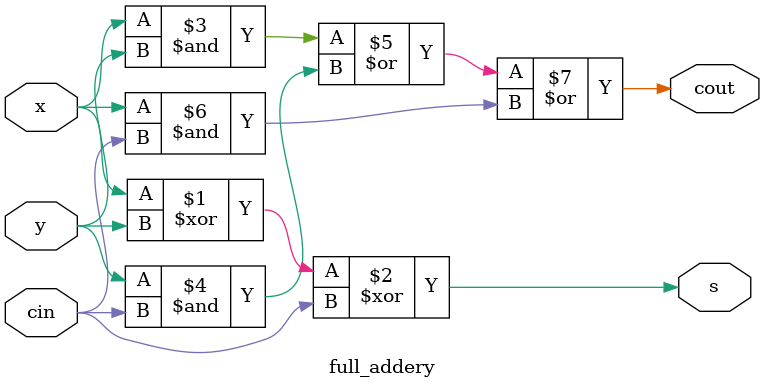
<source format=sv>
module carry_select_adder
(
    input   logic[15:0]     A,
    input   logic[15:0]     B,
    output  logic[15:0]     Sum,
    output  logic           CO
);

    /* TODO
     *
     * Insert code here to implement a CLA adder.
     * Your code should be completly combinational (don't use always_ff or always_latch).
     * Feel free to create sub-modules or other files. */
	  logic C1, cout1, cout2, cout3, cout4;
	  assign C1 = 0;
	  
	  fcarry_lookahead lg1(.x(A[3:0]), .y(B[3:0]), .cin(C1), .s3(Sum[3:0]), .cout(cout1));
	  
	  fcarry_lookahead lg2(.x(A[7:4]), .y(B[7:4]), .cin(cout1), .s3(Sum[7:4]), .cout(cout2));
	  
	  fcarry_lookahead lg3(.x(A[11:8]), .y(B[11:8]), .cin(cout2), .s3(Sum[11:8]), .cout(cout3));
	  
	  fcarry_lookahead lg4(.x(A[15:12]), .y(B[15:12]), .cin(cout3), .s3(Sum[15:12]), .cout(cout4));
	  
     assign CO = cout4;
endmodule


module fcarry_lookahead 
(
	input   logic[3:0] x,
	input   logic[3:0] y,
	input	  logic      cin,
	output  logic[3:0] s3,
	output  logic      cout
);
logic cin0, cin1, f, g, h, i, j, k;
logic [3:0]s1; 
logic [3:0]s2;
logic [1:0]cout1;

always_comb
begin
 cin0 = 0;
 cin1 = 1;
 if(cin == 1'b0) 
 begin
s3[0] = s1[0];
s3[1] = s1[1];
s3[2] = s1[2];
s3[3] = s1[3];
cout = cout1[0]; end
else begin
s3[0] = s2[0];
s3[1] = s2[1];
s3[2] = s2[2];
s3[3] = s2[3];
cout = cout1[1];
end
end

full_addery LG1 (.x(x[0]), .y(y[0]), .cin(1'b0), .s(s1[0]), .cout(f));
full_addery LG2 (.x(x[1]), .y(y[1]), .cin(f), .s(s1[1]), .cout(g));
full_addery LG3 (.x(x[2]), .y(y[2]), .cin(g), .s(s1[2]), .cout(h));
full_addery LG4 (.x(x[3]), .y(y[3]), .cin(h), .s(s1[3]), .cout(cout1[0]));

full_addery LG5 (.x(x[0]), .y(y[0]), .cin(1'b1), .s(s2[0]), .cout(i));
full_addery LG6 (.x(x[1]), .y(y[1]), .cin(i), .s(s2[1]), .cout(j));
full_addery LG7 (.x(x[2]), .y(y[2]), .cin(j), .s(s2[2]), .cout(k));
full_addery LG8 (.x(x[3]), .y(y[3]), .cin(k), .s(s2[3]), .cout(cout1[1]));


endmodule




module full_addery(
input x,
input y,
input cin, 
output logic s,
output logic cout);

	assign s=x^y^cin;
	assign cout=(x&y)|(y&cin)|(x&cin);
	
endmodule
</source>
